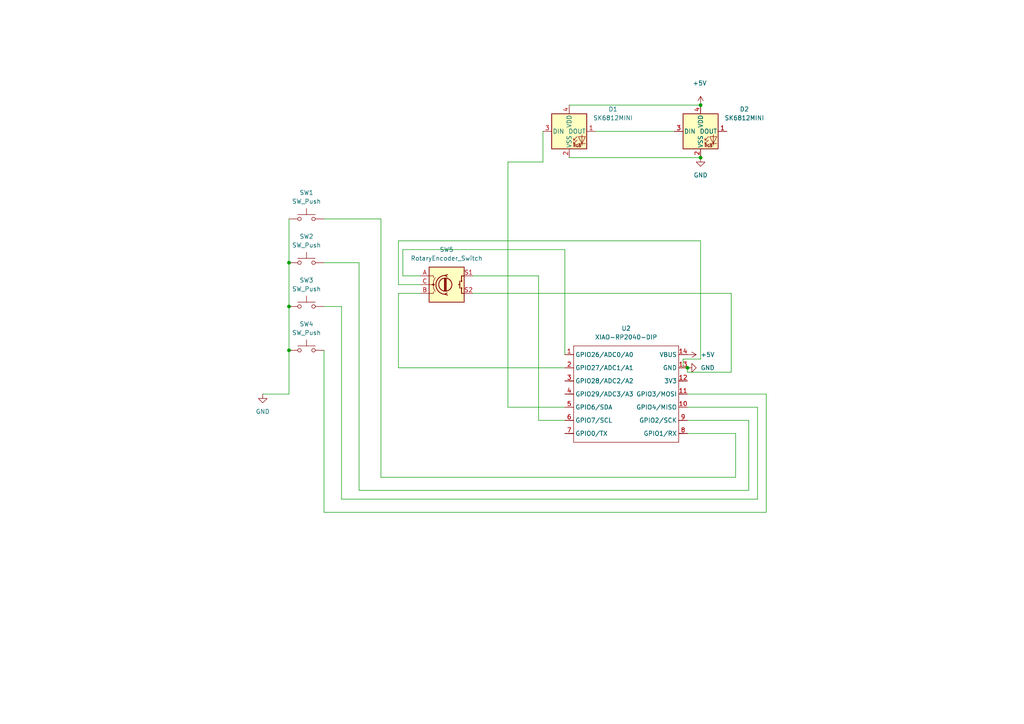
<source format=kicad_sch>
(kicad_sch
	(version 20250114)
	(generator "eeschema")
	(generator_version "9.0")
	(uuid "248b0320-331d-40a9-be2a-67ae8bc873eb")
	(paper "A4")
	(lib_symbols
		(symbol "Device:RotaryEncoder_Switch"
			(pin_names
				(offset 0.254)
				(hide yes)
			)
			(exclude_from_sim no)
			(in_bom yes)
			(on_board yes)
			(property "Reference" "SW"
				(at 0 6.604 0)
				(effects
					(font
						(size 1.27 1.27)
					)
				)
			)
			(property "Value" "RotaryEncoder_Switch"
				(at 0 -6.604 0)
				(effects
					(font
						(size 1.27 1.27)
					)
				)
			)
			(property "Footprint" ""
				(at -3.81 4.064 0)
				(effects
					(font
						(size 1.27 1.27)
					)
					(hide yes)
				)
			)
			(property "Datasheet" "~"
				(at 0 6.604 0)
				(effects
					(font
						(size 1.27 1.27)
					)
					(hide yes)
				)
			)
			(property "Description" "Rotary encoder, dual channel, incremental quadrate outputs, with switch"
				(at 0 0 0)
				(effects
					(font
						(size 1.27 1.27)
					)
					(hide yes)
				)
			)
			(property "ki_keywords" "rotary switch encoder switch push button"
				(at 0 0 0)
				(effects
					(font
						(size 1.27 1.27)
					)
					(hide yes)
				)
			)
			(property "ki_fp_filters" "RotaryEncoder*Switch*"
				(at 0 0 0)
				(effects
					(font
						(size 1.27 1.27)
					)
					(hide yes)
				)
			)
			(symbol "RotaryEncoder_Switch_0_1"
				(rectangle
					(start -5.08 5.08)
					(end 5.08 -5.08)
					(stroke
						(width 0.254)
						(type default)
					)
					(fill
						(type background)
					)
				)
				(polyline
					(pts
						(xy -5.08 2.54) (xy -3.81 2.54) (xy -3.81 2.032)
					)
					(stroke
						(width 0)
						(type default)
					)
					(fill
						(type none)
					)
				)
				(polyline
					(pts
						(xy -5.08 0) (xy -3.81 0) (xy -3.81 -1.016) (xy -3.302 -2.032)
					)
					(stroke
						(width 0)
						(type default)
					)
					(fill
						(type none)
					)
				)
				(polyline
					(pts
						(xy -5.08 -2.54) (xy -3.81 -2.54) (xy -3.81 -2.032)
					)
					(stroke
						(width 0)
						(type default)
					)
					(fill
						(type none)
					)
				)
				(polyline
					(pts
						(xy -4.318 0) (xy -3.81 0) (xy -3.81 1.016) (xy -3.302 2.032)
					)
					(stroke
						(width 0)
						(type default)
					)
					(fill
						(type none)
					)
				)
				(circle
					(center -3.81 0)
					(radius 0.254)
					(stroke
						(width 0)
						(type default)
					)
					(fill
						(type outline)
					)
				)
				(polyline
					(pts
						(xy -0.635 -1.778) (xy -0.635 1.778)
					)
					(stroke
						(width 0.254)
						(type default)
					)
					(fill
						(type none)
					)
				)
				(circle
					(center -0.381 0)
					(radius 1.905)
					(stroke
						(width 0.254)
						(type default)
					)
					(fill
						(type none)
					)
				)
				(polyline
					(pts
						(xy -0.381 -1.778) (xy -0.381 1.778)
					)
					(stroke
						(width 0.254)
						(type default)
					)
					(fill
						(type none)
					)
				)
				(arc
					(start -0.381 -2.794)
					(mid -3.0988 -0.0635)
					(end -0.381 2.667)
					(stroke
						(width 0.254)
						(type default)
					)
					(fill
						(type none)
					)
				)
				(polyline
					(pts
						(xy -0.127 1.778) (xy -0.127 -1.778)
					)
					(stroke
						(width 0.254)
						(type default)
					)
					(fill
						(type none)
					)
				)
				(polyline
					(pts
						(xy 0.254 2.921) (xy -0.508 2.667) (xy 0.127 2.286)
					)
					(stroke
						(width 0.254)
						(type default)
					)
					(fill
						(type none)
					)
				)
				(polyline
					(pts
						(xy 0.254 -3.048) (xy -0.508 -2.794) (xy 0.127 -2.413)
					)
					(stroke
						(width 0.254)
						(type default)
					)
					(fill
						(type none)
					)
				)
				(polyline
					(pts
						(xy 3.81 1.016) (xy 3.81 -1.016)
					)
					(stroke
						(width 0.254)
						(type default)
					)
					(fill
						(type none)
					)
				)
				(polyline
					(pts
						(xy 3.81 0) (xy 3.429 0)
					)
					(stroke
						(width 0.254)
						(type default)
					)
					(fill
						(type none)
					)
				)
				(circle
					(center 4.318 1.016)
					(radius 0.127)
					(stroke
						(width 0.254)
						(type default)
					)
					(fill
						(type none)
					)
				)
				(circle
					(center 4.318 -1.016)
					(radius 0.127)
					(stroke
						(width 0.254)
						(type default)
					)
					(fill
						(type none)
					)
				)
				(polyline
					(pts
						(xy 5.08 2.54) (xy 4.318 2.54) (xy 4.318 1.016)
					)
					(stroke
						(width 0.254)
						(type default)
					)
					(fill
						(type none)
					)
				)
				(polyline
					(pts
						(xy 5.08 -2.54) (xy 4.318 -2.54) (xy 4.318 -1.016)
					)
					(stroke
						(width 0.254)
						(type default)
					)
					(fill
						(type none)
					)
				)
			)
			(symbol "RotaryEncoder_Switch_1_1"
				(pin passive line
					(at -7.62 2.54 0)
					(length 2.54)
					(name "A"
						(effects
							(font
								(size 1.27 1.27)
							)
						)
					)
					(number "A"
						(effects
							(font
								(size 1.27 1.27)
							)
						)
					)
				)
				(pin passive line
					(at -7.62 0 0)
					(length 2.54)
					(name "C"
						(effects
							(font
								(size 1.27 1.27)
							)
						)
					)
					(number "C"
						(effects
							(font
								(size 1.27 1.27)
							)
						)
					)
				)
				(pin passive line
					(at -7.62 -2.54 0)
					(length 2.54)
					(name "B"
						(effects
							(font
								(size 1.27 1.27)
							)
						)
					)
					(number "B"
						(effects
							(font
								(size 1.27 1.27)
							)
						)
					)
				)
				(pin passive line
					(at 7.62 2.54 180)
					(length 2.54)
					(name "S1"
						(effects
							(font
								(size 1.27 1.27)
							)
						)
					)
					(number "S1"
						(effects
							(font
								(size 1.27 1.27)
							)
						)
					)
				)
				(pin passive line
					(at 7.62 -2.54 180)
					(length 2.54)
					(name "S2"
						(effects
							(font
								(size 1.27 1.27)
							)
						)
					)
					(number "S2"
						(effects
							(font
								(size 1.27 1.27)
							)
						)
					)
				)
			)
			(embedded_fonts no)
		)
		(symbol "LED:SK6812MINI"
			(pin_names
				(offset 0.254)
			)
			(exclude_from_sim no)
			(in_bom yes)
			(on_board yes)
			(property "Reference" "D"
				(at 5.08 5.715 0)
				(effects
					(font
						(size 1.27 1.27)
					)
					(justify right bottom)
				)
			)
			(property "Value" "SK6812MINI"
				(at 1.27 -5.715 0)
				(effects
					(font
						(size 1.27 1.27)
					)
					(justify left top)
				)
			)
			(property "Footprint" "LED_SMD:LED_SK6812MINI_PLCC4_3.5x3.5mm_P1.75mm"
				(at 1.27 -7.62 0)
				(effects
					(font
						(size 1.27 1.27)
					)
					(justify left top)
					(hide yes)
				)
			)
			(property "Datasheet" "https://cdn-shop.adafruit.com/product-files/2686/SK6812MINI_REV.01-1-2.pdf"
				(at 2.54 -9.525 0)
				(effects
					(font
						(size 1.27 1.27)
					)
					(justify left top)
					(hide yes)
				)
			)
			(property "Description" "RGB LED with integrated controller"
				(at 0 0 0)
				(effects
					(font
						(size 1.27 1.27)
					)
					(hide yes)
				)
			)
			(property "ki_keywords" "RGB LED NeoPixel Mini addressable"
				(at 0 0 0)
				(effects
					(font
						(size 1.27 1.27)
					)
					(hide yes)
				)
			)
			(property "ki_fp_filters" "LED*SK6812MINI*PLCC*3.5x3.5mm*P1.75mm*"
				(at 0 0 0)
				(effects
					(font
						(size 1.27 1.27)
					)
					(hide yes)
				)
			)
			(symbol "SK6812MINI_0_0"
				(text "RGB"
					(at 2.286 -4.191 0)
					(effects
						(font
							(size 0.762 0.762)
						)
					)
				)
			)
			(symbol "SK6812MINI_0_1"
				(polyline
					(pts
						(xy 1.27 -2.54) (xy 1.778 -2.54)
					)
					(stroke
						(width 0)
						(type default)
					)
					(fill
						(type none)
					)
				)
				(polyline
					(pts
						(xy 1.27 -3.556) (xy 1.778 -3.556)
					)
					(stroke
						(width 0)
						(type default)
					)
					(fill
						(type none)
					)
				)
				(polyline
					(pts
						(xy 2.286 -1.524) (xy 1.27 -2.54) (xy 1.27 -2.032)
					)
					(stroke
						(width 0)
						(type default)
					)
					(fill
						(type none)
					)
				)
				(polyline
					(pts
						(xy 2.286 -2.54) (xy 1.27 -3.556) (xy 1.27 -3.048)
					)
					(stroke
						(width 0)
						(type default)
					)
					(fill
						(type none)
					)
				)
				(polyline
					(pts
						(xy 3.683 -1.016) (xy 3.683 -3.556) (xy 3.683 -4.064)
					)
					(stroke
						(width 0)
						(type default)
					)
					(fill
						(type none)
					)
				)
				(polyline
					(pts
						(xy 4.699 -1.524) (xy 2.667 -1.524) (xy 3.683 -3.556) (xy 4.699 -1.524)
					)
					(stroke
						(width 0)
						(type default)
					)
					(fill
						(type none)
					)
				)
				(polyline
					(pts
						(xy 4.699 -3.556) (xy 2.667 -3.556)
					)
					(stroke
						(width 0)
						(type default)
					)
					(fill
						(type none)
					)
				)
				(rectangle
					(start 5.08 5.08)
					(end -5.08 -5.08)
					(stroke
						(width 0.254)
						(type default)
					)
					(fill
						(type background)
					)
				)
			)
			(symbol "SK6812MINI_1_1"
				(pin input line
					(at -7.62 0 0)
					(length 2.54)
					(name "DIN"
						(effects
							(font
								(size 1.27 1.27)
							)
						)
					)
					(number "3"
						(effects
							(font
								(size 1.27 1.27)
							)
						)
					)
				)
				(pin power_in line
					(at 0 7.62 270)
					(length 2.54)
					(name "VDD"
						(effects
							(font
								(size 1.27 1.27)
							)
						)
					)
					(number "4"
						(effects
							(font
								(size 1.27 1.27)
							)
						)
					)
				)
				(pin power_in line
					(at 0 -7.62 90)
					(length 2.54)
					(name "VSS"
						(effects
							(font
								(size 1.27 1.27)
							)
						)
					)
					(number "2"
						(effects
							(font
								(size 1.27 1.27)
							)
						)
					)
				)
				(pin output line
					(at 7.62 0 180)
					(length 2.54)
					(name "DOUT"
						(effects
							(font
								(size 1.27 1.27)
							)
						)
					)
					(number "1"
						(effects
							(font
								(size 1.27 1.27)
							)
						)
					)
				)
			)
			(embedded_fonts no)
		)
		(symbol "Switch:SW_Push"
			(pin_numbers
				(hide yes)
			)
			(pin_names
				(offset 1.016)
				(hide yes)
			)
			(exclude_from_sim no)
			(in_bom yes)
			(on_board yes)
			(property "Reference" "SW"
				(at 1.27 2.54 0)
				(effects
					(font
						(size 1.27 1.27)
					)
					(justify left)
				)
			)
			(property "Value" "SW_Push"
				(at 0 -1.524 0)
				(effects
					(font
						(size 1.27 1.27)
					)
				)
			)
			(property "Footprint" ""
				(at 0 5.08 0)
				(effects
					(font
						(size 1.27 1.27)
					)
					(hide yes)
				)
			)
			(property "Datasheet" "~"
				(at 0 5.08 0)
				(effects
					(font
						(size 1.27 1.27)
					)
					(hide yes)
				)
			)
			(property "Description" "Push button switch, generic, two pins"
				(at 0 0 0)
				(effects
					(font
						(size 1.27 1.27)
					)
					(hide yes)
				)
			)
			(property "ki_keywords" "switch normally-open pushbutton push-button"
				(at 0 0 0)
				(effects
					(font
						(size 1.27 1.27)
					)
					(hide yes)
				)
			)
			(symbol "SW_Push_0_1"
				(circle
					(center -2.032 0)
					(radius 0.508)
					(stroke
						(width 0)
						(type default)
					)
					(fill
						(type none)
					)
				)
				(polyline
					(pts
						(xy 0 1.27) (xy 0 3.048)
					)
					(stroke
						(width 0)
						(type default)
					)
					(fill
						(type none)
					)
				)
				(circle
					(center 2.032 0)
					(radius 0.508)
					(stroke
						(width 0)
						(type default)
					)
					(fill
						(type none)
					)
				)
				(polyline
					(pts
						(xy 2.54 1.27) (xy -2.54 1.27)
					)
					(stroke
						(width 0)
						(type default)
					)
					(fill
						(type none)
					)
				)
				(pin passive line
					(at -5.08 0 0)
					(length 2.54)
					(name "1"
						(effects
							(font
								(size 1.27 1.27)
							)
						)
					)
					(number "1"
						(effects
							(font
								(size 1.27 1.27)
							)
						)
					)
				)
				(pin passive line
					(at 5.08 0 180)
					(length 2.54)
					(name "2"
						(effects
							(font
								(size 1.27 1.27)
							)
						)
					)
					(number "2"
						(effects
							(font
								(size 1.27 1.27)
							)
						)
					)
				)
			)
			(embedded_fonts no)
		)
		(symbol "opl:XIAO-RP2040-DIP"
			(exclude_from_sim no)
			(in_bom yes)
			(on_board yes)
			(property "Reference" "U"
				(at 0 0 0)
				(effects
					(font
						(size 1.27 1.27)
					)
				)
			)
			(property "Value" "XIAO-RP2040-DIP"
				(at 5.334 -1.778 0)
				(effects
					(font
						(size 1.27 1.27)
					)
				)
			)
			(property "Footprint" "Module:MOUDLE14P-XIAO-DIP-SMD"
				(at 14.478 -32.258 0)
				(effects
					(font
						(size 1.27 1.27)
					)
					(hide yes)
				)
			)
			(property "Datasheet" ""
				(at 0 0 0)
				(effects
					(font
						(size 1.27 1.27)
					)
					(hide yes)
				)
			)
			(property "Description" ""
				(at 0 0 0)
				(effects
					(font
						(size 1.27 1.27)
					)
					(hide yes)
				)
			)
			(symbol "XIAO-RP2040-DIP_1_0"
				(polyline
					(pts
						(xy -1.27 -2.54) (xy 29.21 -2.54)
					)
					(stroke
						(width 0.1524)
						(type solid)
					)
					(fill
						(type none)
					)
				)
				(polyline
					(pts
						(xy -1.27 -5.08) (xy -2.54 -5.08)
					)
					(stroke
						(width 0.1524)
						(type solid)
					)
					(fill
						(type none)
					)
				)
				(polyline
					(pts
						(xy -1.27 -5.08) (xy -1.27 -2.54)
					)
					(stroke
						(width 0.1524)
						(type solid)
					)
					(fill
						(type none)
					)
				)
				(polyline
					(pts
						(xy -1.27 -8.89) (xy -2.54 -8.89)
					)
					(stroke
						(width 0.1524)
						(type solid)
					)
					(fill
						(type none)
					)
				)
				(polyline
					(pts
						(xy -1.27 -8.89) (xy -1.27 -5.08)
					)
					(stroke
						(width 0.1524)
						(type solid)
					)
					(fill
						(type none)
					)
				)
				(polyline
					(pts
						(xy -1.27 -12.7) (xy -2.54 -12.7)
					)
					(stroke
						(width 0.1524)
						(type solid)
					)
					(fill
						(type none)
					)
				)
				(polyline
					(pts
						(xy -1.27 -12.7) (xy -1.27 -8.89)
					)
					(stroke
						(width 0.1524)
						(type solid)
					)
					(fill
						(type none)
					)
				)
				(polyline
					(pts
						(xy -1.27 -16.51) (xy -2.54 -16.51)
					)
					(stroke
						(width 0.1524)
						(type solid)
					)
					(fill
						(type none)
					)
				)
				(polyline
					(pts
						(xy -1.27 -16.51) (xy -1.27 -12.7)
					)
					(stroke
						(width 0.1524)
						(type solid)
					)
					(fill
						(type none)
					)
				)
				(polyline
					(pts
						(xy -1.27 -20.32) (xy -2.54 -20.32)
					)
					(stroke
						(width 0.1524)
						(type solid)
					)
					(fill
						(type none)
					)
				)
				(polyline
					(pts
						(xy -1.27 -24.13) (xy -2.54 -24.13)
					)
					(stroke
						(width 0.1524)
						(type solid)
					)
					(fill
						(type none)
					)
				)
				(polyline
					(pts
						(xy -1.27 -27.94) (xy -2.54 -27.94)
					)
					(stroke
						(width 0.1524)
						(type solid)
					)
					(fill
						(type none)
					)
				)
				(polyline
					(pts
						(xy -1.27 -30.48) (xy -1.27 -16.51)
					)
					(stroke
						(width 0.1524)
						(type solid)
					)
					(fill
						(type none)
					)
				)
				(polyline
					(pts
						(xy 29.21 -2.54) (xy 29.21 -5.08)
					)
					(stroke
						(width 0.1524)
						(type solid)
					)
					(fill
						(type none)
					)
				)
				(polyline
					(pts
						(xy 29.21 -5.08) (xy 29.21 -8.89)
					)
					(stroke
						(width 0.1524)
						(type solid)
					)
					(fill
						(type none)
					)
				)
				(polyline
					(pts
						(xy 29.21 -8.89) (xy 29.21 -12.7)
					)
					(stroke
						(width 0.1524)
						(type solid)
					)
					(fill
						(type none)
					)
				)
				(polyline
					(pts
						(xy 29.21 -12.7) (xy 29.21 -30.48)
					)
					(stroke
						(width 0.1524)
						(type solid)
					)
					(fill
						(type none)
					)
				)
				(polyline
					(pts
						(xy 29.21 -30.48) (xy -1.27 -30.48)
					)
					(stroke
						(width 0.1524)
						(type solid)
					)
					(fill
						(type none)
					)
				)
				(polyline
					(pts
						(xy 30.48 -5.08) (xy 29.21 -5.08)
					)
					(stroke
						(width 0.1524)
						(type solid)
					)
					(fill
						(type none)
					)
				)
				(polyline
					(pts
						(xy 30.48 -8.89) (xy 29.21 -8.89)
					)
					(stroke
						(width 0.1524)
						(type solid)
					)
					(fill
						(type none)
					)
				)
				(polyline
					(pts
						(xy 30.48 -12.7) (xy 29.21 -12.7)
					)
					(stroke
						(width 0.1524)
						(type solid)
					)
					(fill
						(type none)
					)
				)
				(polyline
					(pts
						(xy 30.48 -16.51) (xy 29.21 -16.51)
					)
					(stroke
						(width 0.1524)
						(type solid)
					)
					(fill
						(type none)
					)
				)
				(polyline
					(pts
						(xy 30.48 -20.32) (xy 29.21 -20.32)
					)
					(stroke
						(width 0.1524)
						(type solid)
					)
					(fill
						(type none)
					)
				)
				(polyline
					(pts
						(xy 30.48 -24.13) (xy 29.21 -24.13)
					)
					(stroke
						(width 0.1524)
						(type solid)
					)
					(fill
						(type none)
					)
				)
				(polyline
					(pts
						(xy 30.48 -27.94) (xy 29.21 -27.94)
					)
					(stroke
						(width 0.1524)
						(type solid)
					)
					(fill
						(type none)
					)
				)
				(pin passive line
					(at -3.81 -5.08 0)
					(length 2.54)
					(name "GPIO26/ADC0/A0"
						(effects
							(font
								(size 1.27 1.27)
							)
						)
					)
					(number "1"
						(effects
							(font
								(size 1.27 1.27)
							)
						)
					)
				)
				(pin passive line
					(at -3.81 -8.89 0)
					(length 2.54)
					(name "GPIO27/ADC1/A1"
						(effects
							(font
								(size 1.27 1.27)
							)
						)
					)
					(number "2"
						(effects
							(font
								(size 1.27 1.27)
							)
						)
					)
				)
				(pin passive line
					(at -3.81 -12.7 0)
					(length 2.54)
					(name "GPIO28/ADC2/A2"
						(effects
							(font
								(size 1.27 1.27)
							)
						)
					)
					(number "3"
						(effects
							(font
								(size 1.27 1.27)
							)
						)
					)
				)
				(pin passive line
					(at -3.81 -16.51 0)
					(length 2.54)
					(name "GPIO29/ADC3/A3"
						(effects
							(font
								(size 1.27 1.27)
							)
						)
					)
					(number "4"
						(effects
							(font
								(size 1.27 1.27)
							)
						)
					)
				)
				(pin passive line
					(at -3.81 -20.32 0)
					(length 2.54)
					(name "GPIO6/SDA"
						(effects
							(font
								(size 1.27 1.27)
							)
						)
					)
					(number "5"
						(effects
							(font
								(size 1.27 1.27)
							)
						)
					)
				)
				(pin passive line
					(at -3.81 -24.13 0)
					(length 2.54)
					(name "GPIO7/SCL"
						(effects
							(font
								(size 1.27 1.27)
							)
						)
					)
					(number "6"
						(effects
							(font
								(size 1.27 1.27)
							)
						)
					)
				)
				(pin passive line
					(at -3.81 -27.94 0)
					(length 2.54)
					(name "GPIO0/TX"
						(effects
							(font
								(size 1.27 1.27)
							)
						)
					)
					(number "7"
						(effects
							(font
								(size 1.27 1.27)
							)
						)
					)
				)
				(pin passive line
					(at 31.75 -5.08 180)
					(length 2.54)
					(name "VBUS"
						(effects
							(font
								(size 1.27 1.27)
							)
						)
					)
					(number "14"
						(effects
							(font
								(size 1.27 1.27)
							)
						)
					)
				)
				(pin passive line
					(at 31.75 -8.89 180)
					(length 2.54)
					(name "GND"
						(effects
							(font
								(size 1.27 1.27)
							)
						)
					)
					(number "13"
						(effects
							(font
								(size 1.27 1.27)
							)
						)
					)
				)
				(pin passive line
					(at 31.75 -12.7 180)
					(length 2.54)
					(name "3V3"
						(effects
							(font
								(size 1.27 1.27)
							)
						)
					)
					(number "12"
						(effects
							(font
								(size 1.27 1.27)
							)
						)
					)
				)
				(pin passive line
					(at 31.75 -16.51 180)
					(length 2.54)
					(name "GPIO3/MOSI"
						(effects
							(font
								(size 1.27 1.27)
							)
						)
					)
					(number "11"
						(effects
							(font
								(size 1.27 1.27)
							)
						)
					)
				)
				(pin passive line
					(at 31.75 -20.32 180)
					(length 2.54)
					(name "GPIO4/MISO"
						(effects
							(font
								(size 1.27 1.27)
							)
						)
					)
					(number "10"
						(effects
							(font
								(size 1.27 1.27)
							)
						)
					)
				)
				(pin passive line
					(at 31.75 -24.13 180)
					(length 2.54)
					(name "GPIO2/SCK"
						(effects
							(font
								(size 1.27 1.27)
							)
						)
					)
					(number "9"
						(effects
							(font
								(size 1.27 1.27)
							)
						)
					)
				)
				(pin passive line
					(at 31.75 -27.94 180)
					(length 2.54)
					(name "GPIO1/RX"
						(effects
							(font
								(size 1.27 1.27)
							)
						)
					)
					(number "8"
						(effects
							(font
								(size 1.27 1.27)
							)
						)
					)
				)
			)
			(embedded_fonts no)
		)
		(symbol "power:+5V"
			(power)
			(pin_numbers
				(hide yes)
			)
			(pin_names
				(offset 0)
				(hide yes)
			)
			(exclude_from_sim no)
			(in_bom yes)
			(on_board yes)
			(property "Reference" "#PWR"
				(at 0 -3.81 0)
				(effects
					(font
						(size 1.27 1.27)
					)
					(hide yes)
				)
			)
			(property "Value" "+5V"
				(at 0 3.556 0)
				(effects
					(font
						(size 1.27 1.27)
					)
				)
			)
			(property "Footprint" ""
				(at 0 0 0)
				(effects
					(font
						(size 1.27 1.27)
					)
					(hide yes)
				)
			)
			(property "Datasheet" ""
				(at 0 0 0)
				(effects
					(font
						(size 1.27 1.27)
					)
					(hide yes)
				)
			)
			(property "Description" "Power symbol creates a global label with name \"+5V\""
				(at 0 0 0)
				(effects
					(font
						(size 1.27 1.27)
					)
					(hide yes)
				)
			)
			(property "ki_keywords" "global power"
				(at 0 0 0)
				(effects
					(font
						(size 1.27 1.27)
					)
					(hide yes)
				)
			)
			(symbol "+5V_0_1"
				(polyline
					(pts
						(xy -0.762 1.27) (xy 0 2.54)
					)
					(stroke
						(width 0)
						(type default)
					)
					(fill
						(type none)
					)
				)
				(polyline
					(pts
						(xy 0 2.54) (xy 0.762 1.27)
					)
					(stroke
						(width 0)
						(type default)
					)
					(fill
						(type none)
					)
				)
				(polyline
					(pts
						(xy 0 0) (xy 0 2.54)
					)
					(stroke
						(width 0)
						(type default)
					)
					(fill
						(type none)
					)
				)
			)
			(symbol "+5V_1_1"
				(pin power_in line
					(at 0 0 90)
					(length 0)
					(name "~"
						(effects
							(font
								(size 1.27 1.27)
							)
						)
					)
					(number "1"
						(effects
							(font
								(size 1.27 1.27)
							)
						)
					)
				)
			)
			(embedded_fonts no)
		)
		(symbol "power:GND"
			(power)
			(pin_numbers
				(hide yes)
			)
			(pin_names
				(offset 0)
				(hide yes)
			)
			(exclude_from_sim no)
			(in_bom yes)
			(on_board yes)
			(property "Reference" "#PWR"
				(at 0 -6.35 0)
				(effects
					(font
						(size 1.27 1.27)
					)
					(hide yes)
				)
			)
			(property "Value" "GND"
				(at 0 -3.81 0)
				(effects
					(font
						(size 1.27 1.27)
					)
				)
			)
			(property "Footprint" ""
				(at 0 0 0)
				(effects
					(font
						(size 1.27 1.27)
					)
					(hide yes)
				)
			)
			(property "Datasheet" ""
				(at 0 0 0)
				(effects
					(font
						(size 1.27 1.27)
					)
					(hide yes)
				)
			)
			(property "Description" "Power symbol creates a global label with name \"GND\" , ground"
				(at 0 0 0)
				(effects
					(font
						(size 1.27 1.27)
					)
					(hide yes)
				)
			)
			(property "ki_keywords" "global power"
				(at 0 0 0)
				(effects
					(font
						(size 1.27 1.27)
					)
					(hide yes)
				)
			)
			(symbol "GND_0_1"
				(polyline
					(pts
						(xy 0 0) (xy 0 -1.27) (xy 1.27 -1.27) (xy 0 -2.54) (xy -1.27 -1.27) (xy 0 -1.27)
					)
					(stroke
						(width 0)
						(type default)
					)
					(fill
						(type none)
					)
				)
			)
			(symbol "GND_1_1"
				(pin power_in line
					(at 0 0 270)
					(length 0)
					(name "~"
						(effects
							(font
								(size 1.27 1.27)
							)
						)
					)
					(number "1"
						(effects
							(font
								(size 1.27 1.27)
							)
						)
					)
				)
			)
			(embedded_fonts no)
		)
	)
	(junction
		(at 203.2 45.72)
		(diameter 0)
		(color 0 0 0 0)
		(uuid "0af2e3a6-2471-462b-9a29-2ce4de5d4447")
	)
	(junction
		(at 83.82 88.9)
		(diameter 0)
		(color 0 0 0 0)
		(uuid "0f108da4-792c-496e-85b1-5bc5a4e52d93")
	)
	(junction
		(at 83.82 101.6)
		(diameter 0)
		(color 0 0 0 0)
		(uuid "20a3087d-5676-4d90-beb1-a91f584ad45e")
	)
	(junction
		(at 83.82 76.2)
		(diameter 0)
		(color 0 0 0 0)
		(uuid "5b45c239-0b02-466d-96d8-509ab9b00d1c")
	)
	(junction
		(at 203.2 30.48)
		(diameter 0)
		(color 0 0 0 0)
		(uuid "7b266010-d50b-4c0e-851a-3967a3589e0a")
	)
	(junction
		(at 199.39 106.68)
		(diameter 0)
		(color 0 0 0 0)
		(uuid "eaa29878-07ab-4b6f-828a-6c5ce5eb5545")
	)
	(wire
		(pts
			(xy 165.1 30.48) (xy 203.2 30.48)
		)
		(stroke
			(width 0)
			(type default)
		)
		(uuid "045b3f89-0000-4dfd-8acf-db19bfa0cb31")
	)
	(wire
		(pts
			(xy 203.2 104.14) (xy 198.12 104.14)
		)
		(stroke
			(width 0)
			(type default)
		)
		(uuid "1826b316-3974-40c5-bbe5-c92201915ea7")
	)
	(wire
		(pts
			(xy 198.12 104.14) (xy 198.12 106.68)
		)
		(stroke
			(width 0)
			(type default)
		)
		(uuid "20c0d33b-a4af-49f2-adbd-04c4cad67490")
	)
	(wire
		(pts
			(xy 93.98 148.59) (xy 222.25 148.59)
		)
		(stroke
			(width 0)
			(type default)
		)
		(uuid "285ffd2e-33a2-48a0-8fd1-9ba1fc0b4e39")
	)
	(wire
		(pts
			(xy 199.39 121.92) (xy 217.17 121.92)
		)
		(stroke
			(width 0)
			(type default)
		)
		(uuid "443edc82-4c3a-449b-8d97-f96d498dd479")
	)
	(wire
		(pts
			(xy 121.92 82.55) (xy 115.57 82.55)
		)
		(stroke
			(width 0)
			(type default)
		)
		(uuid "44c87471-1f32-4a5a-8b90-05dd4629bedc")
	)
	(wire
		(pts
			(xy 116.84 80.01) (xy 116.84 72.39)
		)
		(stroke
			(width 0)
			(type default)
		)
		(uuid "4c83d74c-fb17-447b-8543-b47acd589324")
	)
	(wire
		(pts
			(xy 93.98 88.9) (xy 99.06 88.9)
		)
		(stroke
			(width 0)
			(type default)
		)
		(uuid "510c4772-f132-4230-a18d-b4bf9467bc97")
	)
	(wire
		(pts
			(xy 116.84 72.39) (xy 163.83 72.39)
		)
		(stroke
			(width 0)
			(type default)
		)
		(uuid "5853cc85-74b0-40dd-bb3b-2acde492d054")
	)
	(wire
		(pts
			(xy 213.36 125.73) (xy 199.39 125.73)
		)
		(stroke
			(width 0)
			(type default)
		)
		(uuid "5a6accbd-284f-4e3e-89e0-5b4f2f141a52")
	)
	(wire
		(pts
			(xy 110.49 138.43) (xy 213.36 138.43)
		)
		(stroke
			(width 0)
			(type default)
		)
		(uuid "6192f170-1607-476e-9dcd-2a325aaf227b")
	)
	(wire
		(pts
			(xy 115.57 85.09) (xy 115.57 106.68)
		)
		(stroke
			(width 0)
			(type default)
		)
		(uuid "6df78bf5-5132-4088-aa34-fbc474cb6b7b")
	)
	(wire
		(pts
			(xy 93.98 63.5) (xy 110.49 63.5)
		)
		(stroke
			(width 0)
			(type default)
		)
		(uuid "76caec96-8dc0-4904-b0b9-d90c34c57051")
	)
	(wire
		(pts
			(xy 156.21 80.01) (xy 156.21 121.92)
		)
		(stroke
			(width 0)
			(type default)
		)
		(uuid "7d93fb59-473f-4c0e-accd-fc81070af6a9")
	)
	(wire
		(pts
			(xy 137.16 80.01) (xy 156.21 80.01)
		)
		(stroke
			(width 0)
			(type default)
		)
		(uuid "82978228-738f-480d-abd0-c8050d1901cf")
	)
	(wire
		(pts
			(xy 163.83 72.39) (xy 163.83 102.87)
		)
		(stroke
			(width 0)
			(type default)
		)
		(uuid "8b508ef9-1c15-4f0e-8b65-81c171f3e382")
	)
	(wire
		(pts
			(xy 212.09 85.09) (xy 212.09 107.95)
		)
		(stroke
			(width 0)
			(type default)
		)
		(uuid "8d4ea77b-46ad-4d89-9706-5c5c55fdd311")
	)
	(wire
		(pts
			(xy 137.16 85.09) (xy 212.09 85.09)
		)
		(stroke
			(width 0)
			(type default)
		)
		(uuid "8db0a3ae-78c9-4b4b-9820-ecf240720dc9")
	)
	(wire
		(pts
			(xy 219.71 144.78) (xy 219.71 118.11)
		)
		(stroke
			(width 0)
			(type default)
		)
		(uuid "91441ca4-2af3-4b03-96a1-f5f9f92c9f79")
	)
	(wire
		(pts
			(xy 121.92 85.09) (xy 115.57 85.09)
		)
		(stroke
			(width 0)
			(type default)
		)
		(uuid "9909cb0b-0bf0-4a94-a7d5-51d62690e2d1")
	)
	(wire
		(pts
			(xy 199.39 106.68) (xy 199.39 107.95)
		)
		(stroke
			(width 0)
			(type default)
		)
		(uuid "9a083970-d035-41d6-8a23-9a613885aaac")
	)
	(wire
		(pts
			(xy 121.92 80.01) (xy 116.84 80.01)
		)
		(stroke
			(width 0)
			(type default)
		)
		(uuid "9aa09f63-c4b8-4089-a604-f26438be4e08")
	)
	(wire
		(pts
			(xy 157.48 38.1) (xy 157.48 46.99)
		)
		(stroke
			(width 0)
			(type default)
		)
		(uuid "9c5cd25b-eca4-4f41-9478-61ca24358123")
	)
	(wire
		(pts
			(xy 222.25 114.3) (xy 222.25 148.59)
		)
		(stroke
			(width 0)
			(type default)
		)
		(uuid "9e51d28d-333a-4c2e-acc5-5eaddefcfd72")
	)
	(wire
		(pts
			(xy 83.82 76.2) (xy 83.82 88.9)
		)
		(stroke
			(width 0)
			(type default)
		)
		(uuid "a1cdd0e0-b150-48a6-849a-2b3ef73f6f7b")
	)
	(wire
		(pts
			(xy 217.17 121.92) (xy 217.17 142.24)
		)
		(stroke
			(width 0)
			(type default)
		)
		(uuid "a66a1d12-48a8-4c9a-9107-c921a402de32")
	)
	(wire
		(pts
			(xy 99.06 88.9) (xy 99.06 144.78)
		)
		(stroke
			(width 0)
			(type default)
		)
		(uuid "b0d649f1-b54a-41f4-9fba-2f8d479456ae")
	)
	(wire
		(pts
			(xy 76.2 114.3) (xy 83.82 114.3)
		)
		(stroke
			(width 0)
			(type default)
		)
		(uuid "b4ed5f2c-e598-4c7b-810e-7a064bbea59d")
	)
	(wire
		(pts
			(xy 83.82 88.9) (xy 83.82 101.6)
		)
		(stroke
			(width 0)
			(type default)
		)
		(uuid "b6b8b2cb-52ae-4207-8ba5-0ff1c620151a")
	)
	(wire
		(pts
			(xy 104.14 142.24) (xy 217.17 142.24)
		)
		(stroke
			(width 0)
			(type default)
		)
		(uuid "bab3adcc-5343-4adc-a074-b451b123652c")
	)
	(wire
		(pts
			(xy 165.1 45.72) (xy 203.2 45.72)
		)
		(stroke
			(width 0)
			(type default)
		)
		(uuid "bda5a474-e578-4d5d-b7b1-168d2d94c91a")
	)
	(wire
		(pts
			(xy 199.39 114.3) (xy 222.25 114.3)
		)
		(stroke
			(width 0)
			(type default)
		)
		(uuid "bfb39031-ef58-4c58-bad4-798631404199")
	)
	(wire
		(pts
			(xy 110.49 63.5) (xy 110.49 138.43)
		)
		(stroke
			(width 0)
			(type default)
		)
		(uuid "ca6cf333-3f88-448a-9c78-23fee4e51bbf")
	)
	(wire
		(pts
			(xy 203.2 69.85) (xy 203.2 104.14)
		)
		(stroke
			(width 0)
			(type default)
		)
		(uuid "cae5f30c-41db-407b-8943-c6daabb49723")
	)
	(wire
		(pts
			(xy 93.98 76.2) (xy 104.14 76.2)
		)
		(stroke
			(width 0)
			(type default)
		)
		(uuid "cbbb97ca-e704-4815-a27c-cf7090ee2dfb")
	)
	(wire
		(pts
			(xy 212.09 107.95) (xy 199.39 107.95)
		)
		(stroke
			(width 0)
			(type default)
		)
		(uuid "cf1e750f-89cf-41c9-a7d3-d89a5b7fdf48")
	)
	(wire
		(pts
			(xy 213.36 138.43) (xy 213.36 125.73)
		)
		(stroke
			(width 0)
			(type default)
		)
		(uuid "d1bc6467-f26b-4a50-8cfb-9ef8886c1f98")
	)
	(wire
		(pts
			(xy 172.72 38.1) (xy 195.58 38.1)
		)
		(stroke
			(width 0)
			(type default)
		)
		(uuid "d211fb7d-3fe0-445d-846e-b7db0417581a")
	)
	(wire
		(pts
			(xy 219.71 118.11) (xy 199.39 118.11)
		)
		(stroke
			(width 0)
			(type default)
		)
		(uuid "d408228e-768b-4abe-8415-484a87443752")
	)
	(wire
		(pts
			(xy 147.32 46.99) (xy 147.32 118.11)
		)
		(stroke
			(width 0)
			(type default)
		)
		(uuid "d4771150-78c6-4dd4-815d-66ae78459a65")
	)
	(wire
		(pts
			(xy 93.98 101.6) (xy 93.98 148.59)
		)
		(stroke
			(width 0)
			(type default)
		)
		(uuid "d7df9f6f-133c-461d-92aa-c03926dcae9c")
	)
	(wire
		(pts
			(xy 115.57 69.85) (xy 203.2 69.85)
		)
		(stroke
			(width 0)
			(type default)
		)
		(uuid "d8be0c5f-cf21-4f4f-9bf6-e06b8a2dddf2")
	)
	(wire
		(pts
			(xy 83.82 101.6) (xy 83.82 114.3)
		)
		(stroke
			(width 0)
			(type default)
		)
		(uuid "da5d3982-9d95-4a01-8cda-3e75806cdde9")
	)
	(wire
		(pts
			(xy 115.57 82.55) (xy 115.57 69.85)
		)
		(stroke
			(width 0)
			(type default)
		)
		(uuid "e23532c4-44b1-4c8b-8479-257942bdcbd5")
	)
	(wire
		(pts
			(xy 83.82 63.5) (xy 83.82 76.2)
		)
		(stroke
			(width 0)
			(type default)
		)
		(uuid "eb706079-b07e-4898-a762-3a3f8377a3fc")
	)
	(wire
		(pts
			(xy 99.06 144.78) (xy 219.71 144.78)
		)
		(stroke
			(width 0)
			(type default)
		)
		(uuid "ebf2fad4-8079-4d5e-a0e8-512a4a73d2af")
	)
	(wire
		(pts
			(xy 147.32 118.11) (xy 163.83 118.11)
		)
		(stroke
			(width 0)
			(type default)
		)
		(uuid "f2da2f14-e01a-4537-8f65-283ff48888d4")
	)
	(wire
		(pts
			(xy 156.21 121.92) (xy 163.83 121.92)
		)
		(stroke
			(width 0)
			(type default)
		)
		(uuid "f8279b38-0a47-4cd1-b67a-510d009b0ee0")
	)
	(wire
		(pts
			(xy 115.57 106.68) (xy 163.83 106.68)
		)
		(stroke
			(width 0)
			(type default)
		)
		(uuid "fb1a2df9-fad9-425c-ab03-e3b6772de72b")
	)
	(wire
		(pts
			(xy 157.48 46.99) (xy 147.32 46.99)
		)
		(stroke
			(width 0)
			(type default)
		)
		(uuid "fb9434a4-1ac4-4837-949b-4a9bc1181f18")
	)
	(wire
		(pts
			(xy 104.14 142.24) (xy 104.14 76.2)
		)
		(stroke
			(width 0)
			(type default)
		)
		(uuid "ff3c7ae9-6aac-44f1-acd5-31da19fea312")
	)
	(symbol
		(lib_id "power:+5V")
		(at 203.2 30.48 0)
		(unit 1)
		(exclude_from_sim no)
		(in_bom yes)
		(on_board yes)
		(dnp no)
		(uuid "16d2ed4b-87ff-440f-baf3-2320d3c973e5")
		(property "Reference" "#PWR02"
			(at 203.2 34.29 0)
			(effects
				(font
					(size 1.27 1.27)
				)
				(hide yes)
			)
		)
		(property "Value" "+5V"
			(at 202.946 24.13 0)
			(effects
				(font
					(size 1.27 1.27)
				)
			)
		)
		(property "Footprint" ""
			(at 203.2 30.48 0)
			(effects
				(font
					(size 1.27 1.27)
				)
				(hide yes)
			)
		)
		(property "Datasheet" ""
			(at 203.2 30.48 0)
			(effects
				(font
					(size 1.27 1.27)
				)
				(hide yes)
			)
		)
		(property "Description" "Power symbol creates a global label with name \"+5V\""
			(at 203.2 30.48 0)
			(effects
				(font
					(size 1.27 1.27)
				)
				(hide yes)
			)
		)
		(pin "1"
			(uuid "0b1e91a5-0ccc-4f1d-b522-7dbb6eb56648")
		)
		(instances
			(project ""
				(path "/248b0320-331d-40a9-be2a-67ae8bc873eb"
					(reference "#PWR02")
					(unit 1)
				)
			)
		)
	)
	(symbol
		(lib_id "Switch:SW_Push")
		(at 88.9 76.2 0)
		(unit 1)
		(exclude_from_sim no)
		(in_bom yes)
		(on_board yes)
		(dnp no)
		(fields_autoplaced yes)
		(uuid "1d7df845-327b-40f2-9628-880f359811b9")
		(property "Reference" "SW2"
			(at 88.9 68.58 0)
			(effects
				(font
					(size 1.27 1.27)
				)
			)
		)
		(property "Value" "SW_Push"
			(at 88.9 71.12 0)
			(effects
				(font
					(size 1.27 1.27)
				)
			)
		)
		(property "Footprint" "Button_Switch_Keyboard:SW_Cherry_MX_1.00u_PCB"
			(at 88.9 71.12 0)
			(effects
				(font
					(size 1.27 1.27)
				)
				(hide yes)
			)
		)
		(property "Datasheet" "~"
			(at 88.9 71.12 0)
			(effects
				(font
					(size 1.27 1.27)
				)
				(hide yes)
			)
		)
		(property "Description" "Push button switch, generic, two pins"
			(at 88.9 76.2 0)
			(effects
				(font
					(size 1.27 1.27)
				)
				(hide yes)
			)
		)
		(pin "2"
			(uuid "d76580a6-410a-4ef3-a641-046e75f5b200")
		)
		(pin "1"
			(uuid "36195c7d-0585-4ac1-9abe-a74a9a837052")
		)
		(instances
			(project ""
				(path "/248b0320-331d-40a9-be2a-67ae8bc873eb"
					(reference "SW2")
					(unit 1)
				)
			)
		)
	)
	(symbol
		(lib_id "power:GND")
		(at 76.2 114.3 0)
		(unit 1)
		(exclude_from_sim no)
		(in_bom yes)
		(on_board yes)
		(dnp no)
		(fields_autoplaced yes)
		(uuid "2578eeb7-ecc3-470f-98a5-c846df370d35")
		(property "Reference" "#PWR01"
			(at 76.2 120.65 0)
			(effects
				(font
					(size 1.27 1.27)
				)
				(hide yes)
			)
		)
		(property "Value" "GND"
			(at 76.2 119.38 0)
			(effects
				(font
					(size 1.27 1.27)
				)
			)
		)
		(property "Footprint" ""
			(at 76.2 114.3 0)
			(effects
				(font
					(size 1.27 1.27)
				)
				(hide yes)
			)
		)
		(property "Datasheet" ""
			(at 76.2 114.3 0)
			(effects
				(font
					(size 1.27 1.27)
				)
				(hide yes)
			)
		)
		(property "Description" "Power symbol creates a global label with name \"GND\" , ground"
			(at 76.2 114.3 0)
			(effects
				(font
					(size 1.27 1.27)
				)
				(hide yes)
			)
		)
		(pin "1"
			(uuid "980892c9-5296-4cb6-a1ad-47782401566b")
		)
		(instances
			(project ""
				(path "/248b0320-331d-40a9-be2a-67ae8bc873eb"
					(reference "#PWR01")
					(unit 1)
				)
			)
		)
	)
	(symbol
		(lib_id "power:+5V")
		(at 199.39 102.87 270)
		(unit 1)
		(exclude_from_sim no)
		(in_bom yes)
		(on_board yes)
		(dnp no)
		(fields_autoplaced yes)
		(uuid "2822d336-8d0b-4a65-8ac7-4d7f02f9705a")
		(property "Reference" "#PWR04"
			(at 195.58 102.87 0)
			(effects
				(font
					(size 1.27 1.27)
				)
				(hide yes)
			)
		)
		(property "Value" "+5V"
			(at 203.2 102.8699 90)
			(effects
				(font
					(size 1.27 1.27)
				)
				(justify left)
			)
		)
		(property "Footprint" ""
			(at 199.39 102.87 0)
			(effects
				(font
					(size 1.27 1.27)
				)
				(hide yes)
			)
		)
		(property "Datasheet" ""
			(at 199.39 102.87 0)
			(effects
				(font
					(size 1.27 1.27)
				)
				(hide yes)
			)
		)
		(property "Description" "Power symbol creates a global label with name \"+5V\""
			(at 199.39 102.87 0)
			(effects
				(font
					(size 1.27 1.27)
				)
				(hide yes)
			)
		)
		(pin "1"
			(uuid "bb08a26a-94cf-4a28-aabb-67d976bda73c")
		)
		(instances
			(project ""
				(path "/248b0320-331d-40a9-be2a-67ae8bc873eb"
					(reference "#PWR04")
					(unit 1)
				)
			)
		)
	)
	(symbol
		(lib_id "Switch:SW_Push")
		(at 88.9 101.6 0)
		(unit 1)
		(exclude_from_sim no)
		(in_bom yes)
		(on_board yes)
		(dnp no)
		(fields_autoplaced yes)
		(uuid "4c629020-0b4a-4650-954c-2ee06f19f48f")
		(property "Reference" "SW4"
			(at 88.9 93.98 0)
			(effects
				(font
					(size 1.27 1.27)
				)
			)
		)
		(property "Value" "SW_Push"
			(at 88.9 96.52 0)
			(effects
				(font
					(size 1.27 1.27)
				)
			)
		)
		(property "Footprint" "Button_Switch_Keyboard:SW_Cherry_MX_1.00u_PCB"
			(at 88.9 96.52 0)
			(effects
				(font
					(size 1.27 1.27)
				)
				(hide yes)
			)
		)
		(property "Datasheet" "~"
			(at 88.9 96.52 0)
			(effects
				(font
					(size 1.27 1.27)
				)
				(hide yes)
			)
		)
		(property "Description" "Push button switch, generic, two pins"
			(at 88.9 101.6 0)
			(effects
				(font
					(size 1.27 1.27)
				)
				(hide yes)
			)
		)
		(pin "2"
			(uuid "a4ea647d-1c95-46b7-933a-3eba4e1f71fe")
		)
		(pin "1"
			(uuid "781961bd-c128-4be5-bcd6-aa6011427acb")
		)
		(instances
			(project ""
				(path "/248b0320-331d-40a9-be2a-67ae8bc873eb"
					(reference "SW4")
					(unit 1)
				)
			)
		)
	)
	(symbol
		(lib_id "LED:SK6812MINI")
		(at 203.2 38.1 0)
		(unit 1)
		(exclude_from_sim no)
		(in_bom yes)
		(on_board yes)
		(dnp no)
		(fields_autoplaced yes)
		(uuid "52e6b4d6-4820-442f-a8ee-d0a3803d2c11")
		(property "Reference" "D2"
			(at 215.9 31.6798 0)
			(effects
				(font
					(size 1.27 1.27)
				)
			)
		)
		(property "Value" "SK6812MINI"
			(at 215.9 34.2198 0)
			(effects
				(font
					(size 1.27 1.27)
				)
			)
		)
		(property "Footprint" "LED_SMD:LED_SK6812MINI_PLCC4_3.5x3.5mm_P1.75mm"
			(at 204.47 45.72 0)
			(effects
				(font
					(size 1.27 1.27)
				)
				(justify left top)
				(hide yes)
			)
		)
		(property "Datasheet" "https://cdn-shop.adafruit.com/product-files/2686/SK6812MINI_REV.01-1-2.pdf"
			(at 205.74 47.625 0)
			(effects
				(font
					(size 1.27 1.27)
				)
				(justify left top)
				(hide yes)
			)
		)
		(property "Description" "RGB LED with integrated controller"
			(at 203.2 38.1 0)
			(effects
				(font
					(size 1.27 1.27)
				)
				(hide yes)
			)
		)
		(pin "2"
			(uuid "55684107-1be3-448e-ac94-da23169ca50c")
		)
		(pin "3"
			(uuid "ff68aaef-9d3a-494b-9d06-caf534276890")
		)
		(pin "4"
			(uuid "2c09eb30-8185-4d03-b47b-2e5cd90510a7")
		)
		(pin "1"
			(uuid "5e1e0e3d-f689-43ab-b472-b0d86a5abf4b")
		)
		(instances
			(project ""
				(path "/248b0320-331d-40a9-be2a-67ae8bc873eb"
					(reference "D2")
					(unit 1)
				)
			)
		)
	)
	(symbol
		(lib_id "power:GND")
		(at 203.2 45.72 0)
		(unit 1)
		(exclude_from_sim no)
		(in_bom yes)
		(on_board yes)
		(dnp no)
		(fields_autoplaced yes)
		(uuid "60d30eb5-a30f-40ca-83e8-04189134f029")
		(property "Reference" "#PWR03"
			(at 203.2 52.07 0)
			(effects
				(font
					(size 1.27 1.27)
				)
				(hide yes)
			)
		)
		(property "Value" "GND"
			(at 203.2 50.8 0)
			(effects
				(font
					(size 1.27 1.27)
				)
			)
		)
		(property "Footprint" ""
			(at 203.2 45.72 0)
			(effects
				(font
					(size 1.27 1.27)
				)
				(hide yes)
			)
		)
		(property "Datasheet" ""
			(at 203.2 45.72 0)
			(effects
				(font
					(size 1.27 1.27)
				)
				(hide yes)
			)
		)
		(property "Description" "Power symbol creates a global label with name \"GND\" , ground"
			(at 203.2 45.72 0)
			(effects
				(font
					(size 1.27 1.27)
				)
				(hide yes)
			)
		)
		(pin "1"
			(uuid "08b08c3b-778b-4c4a-bceb-037a29203b3b")
		)
		(instances
			(project ""
				(path "/248b0320-331d-40a9-be2a-67ae8bc873eb"
					(reference "#PWR03")
					(unit 1)
				)
			)
		)
	)
	(symbol
		(lib_id "LED:SK6812MINI")
		(at 165.1 38.1 0)
		(unit 1)
		(exclude_from_sim no)
		(in_bom yes)
		(on_board yes)
		(dnp no)
		(fields_autoplaced yes)
		(uuid "64939053-445f-4afb-87e9-ed99c69e16cc")
		(property "Reference" "D1"
			(at 177.8 31.6798 0)
			(effects
				(font
					(size 1.27 1.27)
				)
			)
		)
		(property "Value" "SK6812MINI"
			(at 177.8 34.2198 0)
			(effects
				(font
					(size 1.27 1.27)
				)
			)
		)
		(property "Footprint" "LED_SMD:LED_SK6812MINI_PLCC4_3.5x3.5mm_P1.75mm"
			(at 166.37 45.72 0)
			(effects
				(font
					(size 1.27 1.27)
				)
				(justify left top)
				(hide yes)
			)
		)
		(property "Datasheet" "https://cdn-shop.adafruit.com/product-files/2686/SK6812MINI_REV.01-1-2.pdf"
			(at 167.64 47.625 0)
			(effects
				(font
					(size 1.27 1.27)
				)
				(justify left top)
				(hide yes)
			)
		)
		(property "Description" "RGB LED with integrated controller"
			(at 165.1 38.1 0)
			(effects
				(font
					(size 1.27 1.27)
				)
				(hide yes)
			)
		)
		(pin "3"
			(uuid "e523a4e0-ba36-4634-b7d9-fe4f162300ae")
		)
		(pin "2"
			(uuid "01f3f18d-6e42-4c94-b78a-ca3a0101edea")
		)
		(pin "1"
			(uuid "d997df07-b287-4d4e-859e-8e115aaea954")
		)
		(pin "4"
			(uuid "c9846208-3a56-4863-b613-e5313e3871d0")
		)
		(instances
			(project ""
				(path "/248b0320-331d-40a9-be2a-67ae8bc873eb"
					(reference "D1")
					(unit 1)
				)
			)
		)
	)
	(symbol
		(lib_id "opl:XIAO-RP2040-DIP")
		(at 167.64 97.79 0)
		(unit 1)
		(exclude_from_sim no)
		(in_bom yes)
		(on_board yes)
		(dnp no)
		(fields_autoplaced yes)
		(uuid "78217258-9568-4ddd-89bf-e04bc9e289ba")
		(property "Reference" "U2"
			(at 181.61 95.25 0)
			(effects
				(font
					(size 1.27 1.27)
				)
			)
		)
		(property "Value" "XIAO-RP2040-DIP"
			(at 181.61 97.79 0)
			(effects
				(font
					(size 1.27 1.27)
				)
			)
		)
		(property "Footprint" "Seeed Studio XIAO Series Library:XIAO-RP2040-DIP"
			(at 182.118 130.048 0)
			(effects
				(font
					(size 1.27 1.27)
				)
				(hide yes)
			)
		)
		(property "Datasheet" ""
			(at 167.64 97.79 0)
			(effects
				(font
					(size 1.27 1.27)
				)
				(hide yes)
			)
		)
		(property "Description" ""
			(at 167.64 97.79 0)
			(effects
				(font
					(size 1.27 1.27)
				)
				(hide yes)
			)
		)
		(pin "2"
			(uuid "0d432dce-81ab-42d5-8428-2b3695fdc273")
		)
		(pin "11"
			(uuid "b0fdb1b6-54b5-4054-99b6-0a731ad260b4")
		)
		(pin "14"
			(uuid "b23e99af-4e26-478a-bec8-da4804c53211")
		)
		(pin "1"
			(uuid "9115bece-c611-4ccf-bd23-9380d5566585")
		)
		(pin "3"
			(uuid "8880fa7c-7e44-4045-8564-f017e3f76529")
		)
		(pin "4"
			(uuid "3395c7b8-430d-44a9-a41c-a0eef2e54ace")
		)
		(pin "7"
			(uuid "156cebef-e9bc-4f0d-8d9d-99ad661a7cba")
		)
		(pin "8"
			(uuid "444e5c47-54ca-47d7-acdc-417e61b221a3")
		)
		(pin "5"
			(uuid "6f0ed125-6e48-412e-bdf7-16c41ae8d786")
		)
		(pin "10"
			(uuid "0272e843-6ada-4fbb-b228-3eb7902dacfa")
		)
		(pin "6"
			(uuid "78d7a00e-1c5b-4490-9348-13435c58132a")
		)
		(pin "13"
			(uuid "c783cea1-6ae8-4e0f-87d1-22c407b2de26")
		)
		(pin "12"
			(uuid "a222acbd-04bb-47e0-8a83-f46666f02918")
		)
		(pin "9"
			(uuid "15f10f11-ab62-45c1-845b-1cb8e9ce1d47")
		)
		(instances
			(project ""
				(path "/248b0320-331d-40a9-be2a-67ae8bc873eb"
					(reference "U2")
					(unit 1)
				)
			)
		)
	)
	(symbol
		(lib_id "Switch:SW_Push")
		(at 88.9 63.5 0)
		(unit 1)
		(exclude_from_sim no)
		(in_bom yes)
		(on_board yes)
		(dnp no)
		(fields_autoplaced yes)
		(uuid "7abf28fc-6d06-4374-b94f-4feb7f0a7639")
		(property "Reference" "SW1"
			(at 88.9 55.88 0)
			(effects
				(font
					(size 1.27 1.27)
				)
			)
		)
		(property "Value" "SW_Push"
			(at 88.9 58.42 0)
			(effects
				(font
					(size 1.27 1.27)
				)
			)
		)
		(property "Footprint" "Button_Switch_Keyboard:SW_Cherry_MX_1.00u_PCB"
			(at 88.9 58.42 0)
			(effects
				(font
					(size 1.27 1.27)
				)
				(hide yes)
			)
		)
		(property "Datasheet" "~"
			(at 88.9 58.42 0)
			(effects
				(font
					(size 1.27 1.27)
				)
				(hide yes)
			)
		)
		(property "Description" "Push button switch, generic, two pins"
			(at 88.9 63.5 0)
			(effects
				(font
					(size 1.27 1.27)
				)
				(hide yes)
			)
		)
		(pin "1"
			(uuid "b4b41785-d77f-4910-aa0a-747b2a2224f5")
		)
		(pin "2"
			(uuid "e06eece8-1b53-4f1a-81da-2f3c49ef5c97")
		)
		(instances
			(project ""
				(path "/248b0320-331d-40a9-be2a-67ae8bc873eb"
					(reference "SW1")
					(unit 1)
				)
			)
		)
	)
	(symbol
		(lib_id "Switch:SW_Push")
		(at 88.9 88.9 0)
		(unit 1)
		(exclude_from_sim no)
		(in_bom yes)
		(on_board yes)
		(dnp no)
		(fields_autoplaced yes)
		(uuid "a987bdf1-c451-42be-8a52-60ef9aee64b3")
		(property "Reference" "SW3"
			(at 88.9 81.28 0)
			(effects
				(font
					(size 1.27 1.27)
				)
			)
		)
		(property "Value" "SW_Push"
			(at 88.9 83.82 0)
			(effects
				(font
					(size 1.27 1.27)
				)
			)
		)
		(property "Footprint" "Button_Switch_Keyboard:SW_Cherry_MX_1.00u_PCB"
			(at 88.9 83.82 0)
			(effects
				(font
					(size 1.27 1.27)
				)
				(hide yes)
			)
		)
		(property "Datasheet" "~"
			(at 88.9 83.82 0)
			(effects
				(font
					(size 1.27 1.27)
				)
				(hide yes)
			)
		)
		(property "Description" "Push button switch, generic, two pins"
			(at 88.9 88.9 0)
			(effects
				(font
					(size 1.27 1.27)
				)
				(hide yes)
			)
		)
		(pin "2"
			(uuid "6d2ee6dc-bf38-45b9-8391-9d39af6a33b2")
		)
		(pin "1"
			(uuid "9145874f-e49d-4f2e-965d-394874be6dcc")
		)
		(instances
			(project ""
				(path "/248b0320-331d-40a9-be2a-67ae8bc873eb"
					(reference "SW3")
					(unit 1)
				)
			)
		)
	)
	(symbol
		(lib_id "power:GND")
		(at 199.39 106.68 90)
		(unit 1)
		(exclude_from_sim no)
		(in_bom yes)
		(on_board yes)
		(dnp no)
		(fields_autoplaced yes)
		(uuid "b24cd86f-6f3d-419e-94b0-87cd4e3f60c9")
		(property "Reference" "#PWR05"
			(at 205.74 106.68 0)
			(effects
				(font
					(size 1.27 1.27)
				)
				(hide yes)
			)
		)
		(property "Value" "GND"
			(at 203.2 106.6799 90)
			(effects
				(font
					(size 1.27 1.27)
				)
				(justify right)
			)
		)
		(property "Footprint" ""
			(at 199.39 106.68 0)
			(effects
				(font
					(size 1.27 1.27)
				)
				(hide yes)
			)
		)
		(property "Datasheet" ""
			(at 199.39 106.68 0)
			(effects
				(font
					(size 1.27 1.27)
				)
				(hide yes)
			)
		)
		(property "Description" "Power symbol creates a global label with name \"GND\" , ground"
			(at 199.39 106.68 0)
			(effects
				(font
					(size 1.27 1.27)
				)
				(hide yes)
			)
		)
		(pin "1"
			(uuid "ebcf4b95-f48d-4e14-9135-f07315ad6a3d")
		)
		(instances
			(project ""
				(path "/248b0320-331d-40a9-be2a-67ae8bc873eb"
					(reference "#PWR05")
					(unit 1)
				)
			)
		)
	)
	(symbol
		(lib_id "Device:RotaryEncoder_Switch")
		(at 129.54 82.55 0)
		(unit 1)
		(exclude_from_sim no)
		(in_bom yes)
		(on_board yes)
		(dnp no)
		(fields_autoplaced yes)
		(uuid "d4c2d51b-df28-4424-9192-321c2384d113")
		(property "Reference" "SW5"
			(at 129.54 72.39 0)
			(effects
				(font
					(size 1.27 1.27)
				)
			)
		)
		(property "Value" "RotaryEncoder_Switch"
			(at 129.54 74.93 0)
			(effects
				(font
					(size 1.27 1.27)
				)
			)
		)
		(property "Footprint" "Rotary_Encoder:RotaryEncoder_Alps_EC11E-Switch_Vertical_H20mm"
			(at 125.73 78.486 0)
			(effects
				(font
					(size 1.27 1.27)
				)
				(hide yes)
			)
		)
		(property "Datasheet" "~"
			(at 129.54 75.946 0)
			(effects
				(font
					(size 1.27 1.27)
				)
				(hide yes)
			)
		)
		(property "Description" "Rotary encoder, dual channel, incremental quadrate outputs, with switch"
			(at 129.54 82.55 0)
			(effects
				(font
					(size 1.27 1.27)
				)
				(hide yes)
			)
		)
		(pin "A"
			(uuid "5780affc-dbe4-48e9-ab99-0281583b0084")
		)
		(pin "B"
			(uuid "1f8c1bd7-0077-4564-8d8d-2cd7cb7563d2")
		)
		(pin "C"
			(uuid "480cb046-1dc5-45c3-b3d8-06ec26d93e78")
		)
		(pin "S1"
			(uuid "7c19766d-ce2e-41e5-b3c2-5eae37b3c818")
		)
		(pin "S2"
			(uuid "2a51a49c-7837-4e9c-a16f-f08f6816138d")
		)
		(instances
			(project ""
				(path "/248b0320-331d-40a9-be2a-67ae8bc873eb"
					(reference "SW5")
					(unit 1)
				)
			)
		)
	)
	(sheet_instances
		(path "/"
			(page "1")
		)
	)
	(embedded_fonts no)
)

</source>
